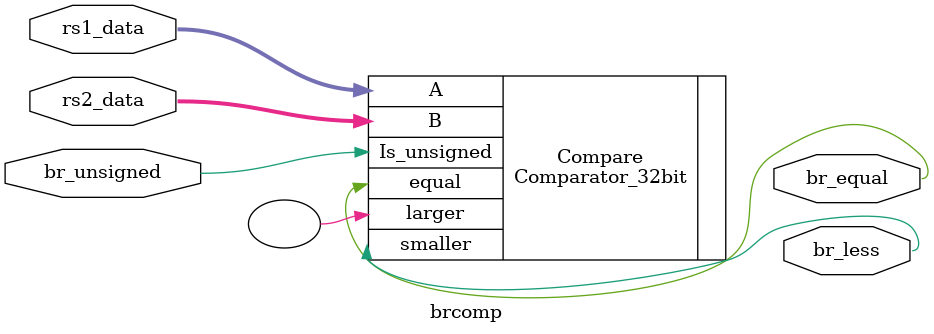
<source format=sv>
module brcomp(
	input  logic [31:0] rs1_data, rs2_data,
	input  logic br_unsigned,
	output logic br_less, br_equal
);

Comparator_32bit	 Compare (.A(rs1_data), .B(rs2_data), .Is_unsigned(br_unsigned), .equal(br_equal), .smaller(br_less), .larger() );
endmodule
</source>
